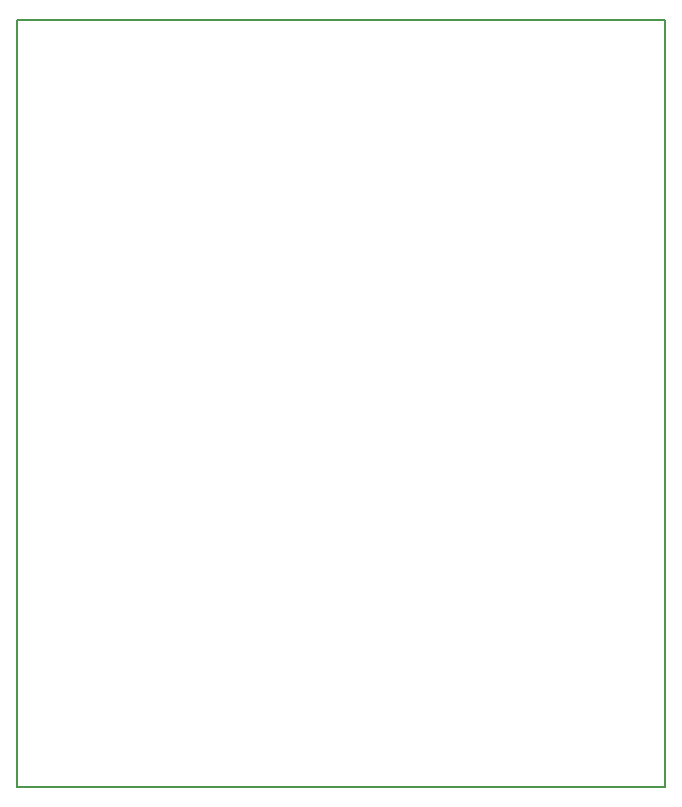
<source format=gm1>
G04 MADE WITH FRITZING*
G04 WWW.FRITZING.ORG*
G04 DOUBLE SIDED*
G04 HOLES PLATED*
G04 CONTOUR ON CENTER OF CONTOUR VECTOR*
%ASAXBY*%
%FSLAX23Y23*%
%MOIN*%
%OFA0B0*%
%SFA1.0B1.0*%
%ADD10R,2.165350X2.561780*%
%ADD11C,0.008000*%
%ADD10C,0.008*%
%LNCONTOUR*%
G90*
G70*
G54D10*
G54D11*
X4Y2558D02*
X2161Y2558D01*
X2161Y4D01*
X4Y4D01*
X4Y2558D01*
D02*
G04 End of contour*
M02*
</source>
